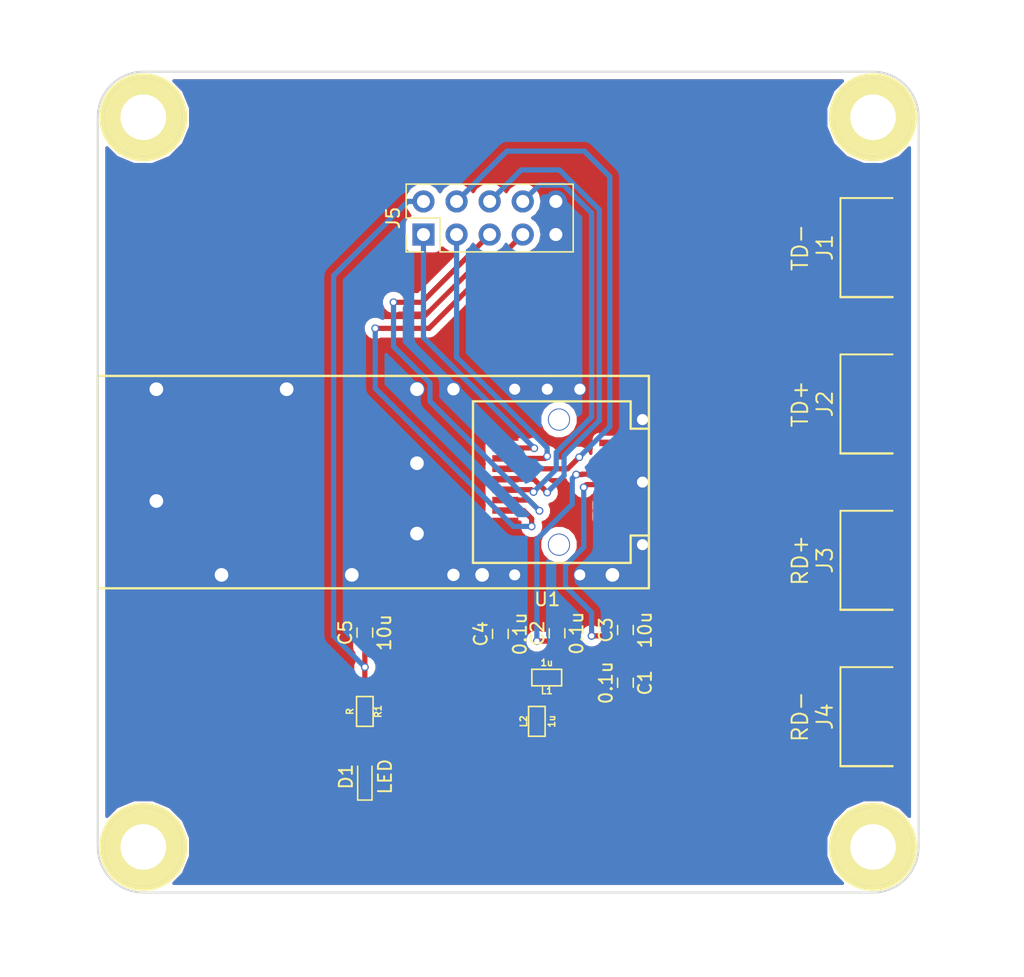
<source format=kicad_pcb>
(kicad_pcb (version 4) (host pcbnew 4.0.7)

  (general
    (links 72)
    (no_connects 7)
    (area 57.424999 40.424999 120.575001 103.575001)
    (thickness 1.6)
    (drawings 8)
    (tracks 136)
    (zones 0)
    (modules 19)
    (nets 17)
  )

  (page A4)
  (layers
    (0 F.Cu signal)
    (31 B.Cu signal)
    (32 B.Adhes user)
    (33 F.Adhes user)
    (34 B.Paste user)
    (35 F.Paste user)
    (36 B.SilkS user)
    (37 F.SilkS user)
    (38 B.Mask user)
    (39 F.Mask user)
    (40 Dwgs.User user)
    (41 Cmts.User user)
    (42 Eco1.User user)
    (43 Eco2.User user)
    (44 Edge.Cuts user)
    (45 Margin user)
    (46 B.CrtYd user)
    (47 F.CrtYd user)
    (48 B.Fab user)
    (49 F.Fab user)
  )

  (setup
    (last_trace_width 0.4)
    (trace_clearance 0.2)
    (zone_clearance 0.508)
    (zone_45_only no)
    (trace_min 0.2)
    (segment_width 0.2)
    (edge_width 0.15)
    (via_size 0.6)
    (via_drill 0.4)
    (via_min_size 0.4)
    (via_min_drill 0.3)
    (uvia_size 0.3)
    (uvia_drill 0.1)
    (uvias_allowed no)
    (uvia_min_size 0.2)
    (uvia_min_drill 0.1)
    (pcb_text_width 0.3)
    (pcb_text_size 1.5 1.5)
    (mod_edge_width 0.15)
    (mod_text_size 1 1)
    (mod_text_width 0.15)
    (pad_size 1.2 1.2)
    (pad_drill 1.05)
    (pad_to_mask_clearance 0.2)
    (aux_axis_origin 0 0)
    (visible_elements 7FFFFFFF)
    (pcbplotparams
      (layerselection 0x00030_80000001)
      (usegerberextensions false)
      (excludeedgelayer true)
      (linewidth 0.100000)
      (plotframeref false)
      (viasonmask false)
      (mode 1)
      (useauxorigin false)
      (hpglpennumber 1)
      (hpglpenspeed 20)
      (hpglpendiameter 15)
      (hpglpenoverlay 2)
      (psnegative false)
      (psa4output false)
      (plotreference true)
      (plotvalue true)
      (plotinvisibletext false)
      (padsonsilk false)
      (subtractmaskfromsilk false)
      (outputformat 1)
      (mirror false)
      (drillshape 1)
      (scaleselection 1)
      (outputdirectory ""))
  )

  (net 0 "")
  (net 1 GND)
  (net 2 "Net-(C1-Pad1)")
  (net 3 "Net-(C2-Pad1)")
  (net 4 +3V3)
  (net 5 TD-)
  (net 6 TD+)
  (net 7 RD+)
  (net 8 RD-)
  (net 9 "Net-(D1-Pad2)")
  (net 10 TxFault)
  (net 11 TxDisable)
  (net 12 Def-2)
  (net 13 Def-1)
  (net 14 Def-0)
  (net 15 Rate-Sel)
  (net 16 LOS)

  (net_class Default "This is the default net class."
    (clearance 0.2)
    (trace_width 0.4)
    (via_dia 0.6)
    (via_drill 0.4)
    (uvia_dia 0.3)
    (uvia_drill 0.1)
    (add_net +3V3)
    (add_net Def-0)
    (add_net Def-1)
    (add_net Def-2)
    (add_net GND)
    (add_net LOS)
    (add_net "Net-(C1-Pad1)")
    (add_net "Net-(C2-Pad1)")
    (add_net "Net-(D1-Pad2)")
    (add_net RD+)
    (add_net RD-)
    (add_net Rate-Sel)
    (add_net TD+)
    (add_net TD-)
    (add_net TxDisable)
    (add_net TxFault)
  )

  (module Capacitors_SMD:C_0603 (layer F.Cu) (tedit 5A47D771) (tstamp 5A1458AA)
    (at 98 87.4 270)
    (descr "Capacitor SMD 0603, reflow soldering, AVX (see smccp.pdf)")
    (tags "capacitor 0603")
    (path /5A1451E0)
    (attr smd)
    (fp_text reference C1 (at 0 -1.5 270) (layer F.SilkS)
      (effects (font (size 1 1) (thickness 0.15)))
    )
    (fp_text value 0.1u (at 0 1.5 270) (layer F.SilkS)
      (effects (font (size 1 1) (thickness 0.15)))
    )
    (fp_line (start 1.4 0.65) (end -1.4 0.65) (layer F.CrtYd) (width 0.05))
    (fp_line (start 1.4 0.65) (end 1.4 -0.65) (layer F.CrtYd) (width 0.05))
    (fp_line (start -1.4 -0.65) (end -1.4 0.65) (layer F.CrtYd) (width 0.05))
    (fp_line (start -1.4 -0.65) (end 1.4 -0.65) (layer F.CrtYd) (width 0.05))
    (fp_line (start 0.35 0.6) (end -0.35 0.6) (layer F.SilkS) (width 0.12))
    (fp_line (start -0.35 -0.6) (end 0.35 -0.6) (layer F.SilkS) (width 0.12))
    (fp_line (start -0.8 -0.4) (end 0.8 -0.4) (layer F.Fab) (width 0.1))
    (fp_line (start 0.8 -0.4) (end 0.8 0.4) (layer F.Fab) (width 0.1))
    (fp_line (start 0.8 0.4) (end -0.8 0.4) (layer F.Fab) (width 0.1))
    (fp_line (start -0.8 0.4) (end -0.8 -0.4) (layer F.Fab) (width 0.1))
    (fp_text user %R (at 0 0 270) (layer F.Fab)
      (effects (font (size 0.3 0.3) (thickness 0.075)))
    )
    (pad 2 smd rect (at 0.75 0 270) (size 0.8 0.75) (layers F.Cu F.Paste F.Mask)
      (net 1 GND))
    (pad 1 smd rect (at -0.75 0 270) (size 0.8 0.75) (layers F.Cu F.Paste F.Mask)
      (net 2 "Net-(C1-Pad1)"))
    (model Capacitors_SMD.3dshapes/C_0603.wrl
      (at (xyz 0 0 0))
      (scale (xyz 1 1 1))
      (rotate (xyz 0 0 0))
    )
  )

  (module Capacitors_SMD:C_0603 (layer F.Cu) (tedit 5A47D768) (tstamp 5A1458B0)
    (at 92.75 83.6 90)
    (descr "Capacitor SMD 0603, reflow soldering, AVX (see smccp.pdf)")
    (tags "capacitor 0603")
    (path /5A1450E2)
    (attr smd)
    (fp_text reference C2 (at 0 -1.5 90) (layer F.SilkS)
      (effects (font (size 1 1) (thickness 0.15)))
    )
    (fp_text value 0.1u (at 0 1.5 90) (layer F.SilkS)
      (effects (font (size 1 1) (thickness 0.15)))
    )
    (fp_line (start 1.4 0.65) (end -1.4 0.65) (layer F.CrtYd) (width 0.05))
    (fp_line (start 1.4 0.65) (end 1.4 -0.65) (layer F.CrtYd) (width 0.05))
    (fp_line (start -1.4 -0.65) (end -1.4 0.65) (layer F.CrtYd) (width 0.05))
    (fp_line (start -1.4 -0.65) (end 1.4 -0.65) (layer F.CrtYd) (width 0.05))
    (fp_line (start 0.35 0.6) (end -0.35 0.6) (layer F.SilkS) (width 0.12))
    (fp_line (start -0.35 -0.6) (end 0.35 -0.6) (layer F.SilkS) (width 0.12))
    (fp_line (start -0.8 -0.4) (end 0.8 -0.4) (layer F.Fab) (width 0.1))
    (fp_line (start 0.8 -0.4) (end 0.8 0.4) (layer F.Fab) (width 0.1))
    (fp_line (start 0.8 0.4) (end -0.8 0.4) (layer F.Fab) (width 0.1))
    (fp_line (start -0.8 0.4) (end -0.8 -0.4) (layer F.Fab) (width 0.1))
    (fp_text user %R (at 0 0 90) (layer F.Fab)
      (effects (font (size 0.3 0.3) (thickness 0.075)))
    )
    (pad 2 smd rect (at 0.75 0 90) (size 0.8 0.75) (layers F.Cu F.Paste F.Mask)
      (net 1 GND))
    (pad 1 smd rect (at -0.75 0 90) (size 0.8 0.75) (layers F.Cu F.Paste F.Mask)
      (net 3 "Net-(C2-Pad1)"))
    (model Capacitors_SMD.3dshapes/C_0603.wrl
      (at (xyz 0 0 0))
      (scale (xyz 1 1 1))
      (rotate (xyz 0 0 0))
    )
  )

  (module Capacitors_SMD:C_0603 (layer F.Cu) (tedit 5A47D76C) (tstamp 5A1458B6)
    (at 98 83.35 90)
    (descr "Capacitor SMD 0603, reflow soldering, AVX (see smccp.pdf)")
    (tags "capacitor 0603")
    (path /5A145214)
    (attr smd)
    (fp_text reference C3 (at 0 -1.5 90) (layer F.SilkS)
      (effects (font (size 1 1) (thickness 0.15)))
    )
    (fp_text value 10u (at 0 1.5 90) (layer F.SilkS)
      (effects (font (size 1 1) (thickness 0.15)))
    )
    (fp_line (start 1.4 0.65) (end -1.4 0.65) (layer F.CrtYd) (width 0.05))
    (fp_line (start 1.4 0.65) (end 1.4 -0.65) (layer F.CrtYd) (width 0.05))
    (fp_line (start -1.4 -0.65) (end -1.4 0.65) (layer F.CrtYd) (width 0.05))
    (fp_line (start -1.4 -0.65) (end 1.4 -0.65) (layer F.CrtYd) (width 0.05))
    (fp_line (start 0.35 0.6) (end -0.35 0.6) (layer F.SilkS) (width 0.12))
    (fp_line (start -0.35 -0.6) (end 0.35 -0.6) (layer F.SilkS) (width 0.12))
    (fp_line (start -0.8 -0.4) (end 0.8 -0.4) (layer F.Fab) (width 0.1))
    (fp_line (start 0.8 -0.4) (end 0.8 0.4) (layer F.Fab) (width 0.1))
    (fp_line (start 0.8 0.4) (end -0.8 0.4) (layer F.Fab) (width 0.1))
    (fp_line (start -0.8 0.4) (end -0.8 -0.4) (layer F.Fab) (width 0.1))
    (fp_text user %R (at 0 0 180) (layer F.Fab)
      (effects (font (size 0.3 0.3) (thickness 0.075)))
    )
    (pad 2 smd rect (at 0.75 0 90) (size 0.8 0.75) (layers F.Cu F.Paste F.Mask)
      (net 1 GND))
    (pad 1 smd rect (at -0.75 0 90) (size 0.8 0.75) (layers F.Cu F.Paste F.Mask)
      (net 2 "Net-(C1-Pad1)"))
    (model Capacitors_SMD.3dshapes/C_0603.wrl
      (at (xyz 0 0 0))
      (scale (xyz 1 1 1))
      (rotate (xyz 0 0 0))
    )
  )

  (module Capacitors_SMD:C_0603 (layer F.Cu) (tedit 5A47D763) (tstamp 5A1458BC)
    (at 88.4 83.65 90)
    (descr "Capacitor SMD 0603, reflow soldering, AVX (see smccp.pdf)")
    (tags "capacitor 0603")
    (path /5A145370)
    (attr smd)
    (fp_text reference C4 (at 0 -1.5 90) (layer F.SilkS)
      (effects (font (size 1 1) (thickness 0.15)))
    )
    (fp_text value 0.1u (at 0 1.5 90) (layer F.SilkS)
      (effects (font (size 1 1) (thickness 0.15)))
    )
    (fp_line (start 1.4 0.65) (end -1.4 0.65) (layer F.CrtYd) (width 0.05))
    (fp_line (start 1.4 0.65) (end 1.4 -0.65) (layer F.CrtYd) (width 0.05))
    (fp_line (start -1.4 -0.65) (end -1.4 0.65) (layer F.CrtYd) (width 0.05))
    (fp_line (start -1.4 -0.65) (end 1.4 -0.65) (layer F.CrtYd) (width 0.05))
    (fp_line (start 0.35 0.6) (end -0.35 0.6) (layer F.SilkS) (width 0.12))
    (fp_line (start -0.35 -0.6) (end 0.35 -0.6) (layer F.SilkS) (width 0.12))
    (fp_line (start -0.8 -0.4) (end 0.8 -0.4) (layer F.Fab) (width 0.1))
    (fp_line (start 0.8 -0.4) (end 0.8 0.4) (layer F.Fab) (width 0.1))
    (fp_line (start 0.8 0.4) (end -0.8 0.4) (layer F.Fab) (width 0.1))
    (fp_line (start -0.8 0.4) (end -0.8 -0.4) (layer F.Fab) (width 0.1))
    (fp_text user %R (at 0 0 90) (layer F.Fab)
      (effects (font (size 0.3 0.3) (thickness 0.075)))
    )
    (pad 2 smd rect (at 0.75 0 90) (size 0.8 0.75) (layers F.Cu F.Paste F.Mask)
      (net 1 GND))
    (pad 1 smd rect (at -0.75 0 90) (size 0.8 0.75) (layers F.Cu F.Paste F.Mask)
      (net 4 +3V3))
    (model Capacitors_SMD.3dshapes/C_0603.wrl
      (at (xyz 0 0 0))
      (scale (xyz 1 1 1))
      (rotate (xyz 0 0 0))
    )
  )

  (module Capacitors_SMD:C_0603 (layer F.Cu) (tedit 5A47D757) (tstamp 5A1458C2)
    (at 78 83.55 90)
    (descr "Capacitor SMD 0603, reflow soldering, AVX (see smccp.pdf)")
    (tags "capacitor 0603")
    (path /5A1453AF)
    (attr smd)
    (fp_text reference C5 (at 0 -1.5 90) (layer F.SilkS)
      (effects (font (size 1 1) (thickness 0.15)))
    )
    (fp_text value 10u (at 0 1.5 90) (layer F.SilkS)
      (effects (font (size 1 1) (thickness 0.15)))
    )
    (fp_line (start 1.4 0.65) (end -1.4 0.65) (layer F.CrtYd) (width 0.05))
    (fp_line (start 1.4 0.65) (end 1.4 -0.65) (layer F.CrtYd) (width 0.05))
    (fp_line (start -1.4 -0.65) (end -1.4 0.65) (layer F.CrtYd) (width 0.05))
    (fp_line (start -1.4 -0.65) (end 1.4 -0.65) (layer F.CrtYd) (width 0.05))
    (fp_line (start 0.35 0.6) (end -0.35 0.6) (layer F.SilkS) (width 0.12))
    (fp_line (start -0.35 -0.6) (end 0.35 -0.6) (layer F.SilkS) (width 0.12))
    (fp_line (start -0.8 -0.4) (end 0.8 -0.4) (layer F.Fab) (width 0.1))
    (fp_line (start 0.8 -0.4) (end 0.8 0.4) (layer F.Fab) (width 0.1))
    (fp_line (start 0.8 0.4) (end -0.8 0.4) (layer F.Fab) (width 0.1))
    (fp_line (start -0.8 0.4) (end -0.8 -0.4) (layer F.Fab) (width 0.1))
    (fp_text user %R (at 0 0 90) (layer F.Fab)
      (effects (font (size 0.3 0.3) (thickness 0.075)))
    )
    (pad 2 smd rect (at 0.75 0 90) (size 0.8 0.75) (layers F.Cu F.Paste F.Mask)
      (net 1 GND))
    (pad 1 smd rect (at -0.75 0 90) (size 0.8 0.75) (layers F.Cu F.Paste F.Mask)
      (net 4 +3V3))
    (model Capacitors_SMD.3dshapes/C_0603.wrl
      (at (xyz 0 0 0))
      (scale (xyz 1 1 1))
      (rotate (xyz 0 0 0))
    )
  )

  (module visgence_parts:SM0603_VIS (layer F.Cu) (tedit 52A161E2) (tstamp 5A145904)
    (at 91.962 87 180)
    (path /5A14512D)
    (attr smd)
    (fp_text reference L1 (at 0 -1.016 180) (layer F.SilkS)
      (effects (font (size 0.508 0.508) (thickness 0.1143)))
    )
    (fp_text value 1u (at 0 1.143 180) (layer F.SilkS)
      (effects (font (size 0.508 0.508) (thickness 0.1143)))
    )
    (fp_line (start -1.143 -0.635) (end 1.143 -0.635) (layer F.SilkS) (width 0.127))
    (fp_line (start 1.143 -0.635) (end 1.143 0.635) (layer F.SilkS) (width 0.127))
    (fp_line (start 1.143 0.635) (end -1.143 0.635) (layer F.SilkS) (width 0.127))
    (fp_line (start -1.143 0.635) (end -1.143 -0.635) (layer F.SilkS) (width 0.127))
    (pad 1 smd rect (at -0.762 0 180) (size 0.635 1.143) (layers F.Cu F.Paste F.Mask)
      (net 3 "Net-(C2-Pad1)"))
    (pad 2 smd rect (at 0.762 0 180) (size 0.635 1.143) (layers F.Cu F.Paste F.Mask)
      (net 4 +3V3))
    (model smd\resistors\R0603.wrl
      (at (xyz 0 0 0.001))
      (scale (xyz 0.5 0.5 0.5))
      (rotate (xyz 0 0 0))
    )
  )

  (module visgence_parts:SM0603_VIS (layer F.Cu) (tedit 52A161E2) (tstamp 5A14590A)
    (at 91.2 90.362 90)
    (path /5A14529D)
    (attr smd)
    (fp_text reference L2 (at 0 -1.016 90) (layer F.SilkS)
      (effects (font (size 0.508 0.508) (thickness 0.1143)))
    )
    (fp_text value 1u (at 0 1.143 90) (layer F.SilkS)
      (effects (font (size 0.508 0.508) (thickness 0.1143)))
    )
    (fp_line (start -1.143 -0.635) (end 1.143 -0.635) (layer F.SilkS) (width 0.127))
    (fp_line (start 1.143 -0.635) (end 1.143 0.635) (layer F.SilkS) (width 0.127))
    (fp_line (start 1.143 0.635) (end -1.143 0.635) (layer F.SilkS) (width 0.127))
    (fp_line (start -1.143 0.635) (end -1.143 -0.635) (layer F.SilkS) (width 0.127))
    (pad 1 smd rect (at -0.762 0 90) (size 0.635 1.143) (layers F.Cu F.Paste F.Mask)
      (net 2 "Net-(C1-Pad1)"))
    (pad 2 smd rect (at 0.762 0 90) (size 0.635 1.143) (layers F.Cu F.Paste F.Mask)
      (net 4 +3V3))
    (model smd\resistors\R0603.wrl
      (at (xyz 0 0 0.001))
      (scale (xyz 0.5 0.5 0.5))
      (rotate (xyz 0 0 0))
    )
  )

  (module visgence_parts:UE75-A20 (layer F.Cu) (tedit 5A47D846) (tstamp 5A145938)
    (at 92 72)
    (path /5A14503B)
    (fp_text reference U1 (at 0 9) (layer F.SilkS)
      (effects (font (size 1 1) (thickness 0.15)))
    )
    (fp_text value SFP (at 0 -9) (layer F.Fab)
      (effects (font (size 1 1) (thickness 0.15)))
    )
    (fp_line (start -5.7 6.2) (end 6.4 6.2) (layer F.SilkS) (width 0.18))
    (fp_line (start 6.4 6.2) (end 6.4 4.2) (layer F.SilkS) (width 0.18))
    (fp_line (start 6.4 4.2) (end 6.4 4.1) (layer F.SilkS) (width 0.18))
    (fp_line (start 6.4 4.1) (end 7.8 4.1) (layer F.SilkS) (width 0.18))
    (fp_line (start -5.7 6.2) (end -5.7 -6.2) (layer F.SilkS) (width 0.18))
    (fp_line (start -5.7 -6.2) (end 6.4 -6.2) (layer F.SilkS) (width 0.18))
    (fp_line (start 6.4 -6.2) (end 6.4 -4.1) (layer F.SilkS) (width 0.18))
    (fp_line (start 6.4 -4.1) (end 7.8 -4.1) (layer F.SilkS) (width 0.18))
    (fp_line (start 0 8.15) (end 7.8 8.15) (layer F.SilkS) (width 0.18))
    (fp_line (start 7.8 8.15) (end 7.8 -8.15) (layer F.SilkS) (width 0.18))
    (fp_line (start 7.8 -8.15) (end 0 -8.15) (layer F.SilkS) (width 0.18))
    (fp_line (start -34.5 8.15) (end 0 8.15) (layer F.SilkS) (width 0.18))
    (fp_line (start -34.5 -8.15) (end -34.5 8.15) (layer F.SilkS) (width 0.18))
    (fp_line (start 0 -8.15) (end -34.5 -8.15) (layer F.SilkS) (width 0.18))
    (pad "" thru_hole circle (at -2.5 7.12) (size 1 1) (drill 0.85) (layers *.Cu *.Mask)
      (net 1 GND))
    (pad "" thru_hole circle (at 2.5 7.12) (size 1 1) (drill 0.85) (layers *.Cu *.Mask)
      (net 1 GND))
    (pad "" thru_hole circle (at -2.5 -7.13) (size 1 1) (drill 0.85) (layers *.Cu *.Mask)
      (net 1 GND))
    (pad "" thru_hole circle (at 2.5 -7.13) (size 1 1) (drill 0.85) (layers *.Cu *.Mask)
      (net 1 GND))
    (pad "" thru_hole circle (at 7.31 -4.8) (size 1 1) (drill 0.85) (layers *.Cu *.Mask)
      (net 1 GND))
    (pad "" thru_hole circle (at 7.31 4.8) (size 1 1) (drill 0.85) (layers *.Cu *.Mask)
      (net 1 GND))
    (pad "" thru_hole circle (at 7.31 0) (size 1 1) (drill 0.85) (layers *.Cu *.Mask)
      (net 1 GND))
    (pad 11 smd rect (at 4.99 3.39) (size 2 0.5) (layers F.Cu F.Paste F.Mask)
      (net 1 GND))
    (pad "" thru_hole circle (at 0.9 4.8) (size 1.7 1.7) (drill 1.55) (layers *.Cu *.Mask))
    (pad 1 smd rect (at -3.22 -3.42) (size 2 0.5) (layers F.Cu F.Paste F.Mask)
      (net 1 GND))
    (pad 2 smd rect (at -3.22 -2.62) (size 2 0.5) (layers F.Cu F.Paste F.Mask)
      (net 10 TxFault))
    (pad 3 smd rect (at -3.22 -1.82) (size 2 0.5) (layers F.Cu F.Paste F.Mask)
      (net 11 TxDisable))
    (pad 4 smd rect (at -3.22 -1.02) (size 2 0.5) (layers F.Cu F.Paste F.Mask)
      (net 12 Def-2))
    (pad 5 smd rect (at -3.22 -0.22) (size 2 0.5) (layers F.Cu F.Paste F.Mask)
      (net 13 Def-1))
    (pad 6 smd rect (at -3.22 0.58) (size 2 0.5) (layers F.Cu F.Paste F.Mask)
      (net 14 Def-0))
    (pad 7 smd rect (at -3.22 1.38) (size 2 0.5) (layers F.Cu F.Paste F.Mask)
      (net 15 Rate-Sel))
    (pad 8 smd rect (at -3.22 2.18) (size 2 0.5) (layers F.Cu F.Paste F.Mask)
      (net 16 LOS))
    (pad 9 smd rect (at -3.22 2.98) (size 2 0.5) (layers F.Cu F.Paste F.Mask)
      (net 1 GND))
    (pad 10 smd rect (at -3.22 3.78) (size 2 0.5) (layers F.Cu F.Paste F.Mask)
      (net 1 GND))
    (pad "" thru_hole circle (at 0 -7.13) (size 1 1) (drill 0.85) (layers *.Cu *.Mask)
      (net 1 GND))
    (pad "" thru_hole circle (at 0.9 -4.8) (size 1.7 1.7) (drill 1.55) (layers *.Cu *.Mask))
    (pad 12 smd rect (at 4.99 2.59) (size 2 0.5) (layers F.Cu F.Paste F.Mask)
      (net 8 RD-))
    (pad 13 smd rect (at 4.99 1.79) (size 2 0.5) (layers F.Cu F.Paste F.Mask)
      (net 7 RD+))
    (pad 14 smd rect (at 4.99 0.99) (size 2 0.5) (layers F.Cu F.Paste F.Mask)
      (net 1 GND))
    (pad 15 smd rect (at 4.99 0.19) (size 2 0.5) (layers F.Cu F.Paste F.Mask)
      (net 2 "Net-(C1-Pad1)"))
    (pad 16 smd rect (at 4.99 -0.61) (size 2 0.5) (layers F.Cu F.Paste F.Mask)
      (net 3 "Net-(C2-Pad1)"))
    (pad 17 smd rect (at 4.99 -1.41) (size 2 0.5) (layers F.Cu F.Paste F.Mask)
      (net 1 GND))
    (pad 18 smd rect (at 4.99 -2.21) (size 2 0.5) (layers F.Cu F.Paste F.Mask)
      (net 6 TD+))
    (pad 19 smd rect (at 4.99 -3.01) (size 2 0.5) (layers F.Cu F.Paste F.Mask)
      (net 5 TD-))
    (pad 20 smd rect (at 4.99 -3.81) (size 2 0.5) (layers F.Cu F.Paste F.Mask)
      (net 1 GND))
    (pad "" thru_hole circle (at -7.2 -7.13) (size 1.2 1.2) (drill 0.95) (layers *.Cu *.Mask)
      (net 1 GND))
    (pad "" thru_hole circle (at -10 -7.13) (size 1.2 1.2) (drill 1.05) (layers *.Cu *.Mask)
      (net 1 GND))
    (pad "" thru_hole circle (at -20 -7.13) (size 1.2 1.2) (drill 1.05) (layers *.Cu *.Mask)
      (net 1 GND))
    (pad "" thru_hole circle (at -30 -7.13) (size 1.2 1.2) (drill 1.05) (layers *.Cu *.Mask)
      (net 1 GND))
    (pad "" thru_hole circle (at 5 7.12) (size 1.2 1.2) (drill 1.05) (layers *.Cu *.Mask)
      (net 1 GND))
    (pad "" thru_hole circle (at -5 7.12) (size 1.2 1.2) (drill 1.05) (layers *.Cu *.Mask)
      (net 1 GND))
    (pad "" thru_hole circle (at -15 7.12) (size 1.2 1.2) (drill 1.05) (layers *.Cu *.Mask)
      (net 1 GND))
    (pad " " thru_hole circle (at -25 7.12) (size 1.2 1.2) (drill 1.05) (layers *.Cu *.Mask)
      (net 1 GND))
    (pad "" thru_hole circle (at -30 1.45) (size 1.2 1.2) (drill 1.05) (layers *.Cu *.Mask)
      (net 1 GND))
    (pad "" thru_hole circle (at -10 -1.45) (size 1.2 1.2) (drill 1.05) (layers *.Cu *.Mask)
      (net 1 GND))
    (pad "" thru_hole circle (at -10 3.95) (size 1.2 1.2) (drill 1.05) (layers *.Cu *.Mask)
      (net 1 GND))
    (pad "" thru_hole circle (at -7.2 7.12) (size 1.2 1.2) (drill 0.95) (layers *.Cu *.Mask)
      (net 1 GND))
  )

  (module visgence_parts:1pin_C (layer F.Cu) (tedit 531FE69D) (tstamp 5A145C65)
    (at 117 44)
    (descr "module 1 pin (ou trou mecanique de percage)")
    (tags DEV)
    (fp_text reference h? (at 0 -3.048) (layer F.SilkS) hide
      (effects (font (size 1.016 1.016) (thickness 0.254)))
    )
    (fp_text value pin (at 0 2.794) (layer F.SilkS) hide
      (effects (font (size 1.016 1.016) (thickness 0.254)))
    )
    (fp_circle (center 0 0) (end 3.175 0.2286) (layer F.SilkS) (width 0.381))
    (pad 1 thru_hole circle (at 0 0) (size 6 6) (drill 3.5) (layers *.Cu *.Mask F.SilkS))
  )

  (module visgence_parts:1pin_C (layer F.Cu) (tedit 531FE69D) (tstamp 5A145CBE)
    (at 117 100)
    (descr "module 1 pin (ou trou mecanique de percage)")
    (tags DEV)
    (fp_text reference h? (at 0 -3.048) (layer F.SilkS) hide
      (effects (font (size 1.016 1.016) (thickness 0.254)))
    )
    (fp_text value pin (at 0 2.794) (layer F.SilkS) hide
      (effects (font (size 1.016 1.016) (thickness 0.254)))
    )
    (fp_circle (center 0 0) (end 3.175 0.2286) (layer F.SilkS) (width 0.381))
    (pad 1 thru_hole circle (at 0 0) (size 6 6) (drill 3.5) (layers *.Cu *.Mask F.SilkS))
  )

  (module visgence_parts:CON-SMA-EDGE (layer F.Cu) (tedit 5A47D73B) (tstamp 5A1F8C30)
    (at 117 54 270)
    (path /5A145ECA)
    (fp_text reference J1 (at 0 3.7 270) (layer F.SilkS)
      (effects (font (size 1.2 1.2) (thickness 0.15)))
    )
    (fp_text value TD- (at 0 5.6 270) (layer F.SilkS)
      (effects (font (size 1.2 1.2) (thickness 0.15)))
    )
    (fp_line (start 3.2 -3.7) (end -3.2 -3.7) (layer F.Fab) (width 0.18))
    (fp_line (start 3.2 -2) (end 3.2 -11.5) (layer F.Fab) (width 0.18))
    (fp_line (start 3.2 -11.5) (end -3.2 -11.5) (layer F.Fab) (width 0.18))
    (fp_line (start -3.2 -11.5) (end -3.2 -2) (layer F.Fab) (width 0.18))
    (fp_line (start 3.8 2.5) (end 3.8 -1.5) (layer F.SilkS) (width 0.18))
    (fp_line (start -3.8 -1.5) (end -3.8 2.5) (layer F.SilkS) (width 0.15))
    (fp_line (start -3.8 2.5) (end 3.8 2.5) (layer F.SilkS) (width 0.15))
    (pad 2 smd rect (at -2.7 0 270) (size 1.2 4) (layers F.Cu F.Mask)
      (net 1 GND))
    (pad 2 smd rect (at 2.7 0 270) (size 1.2 4) (layers F.Cu F.Mask)
      (net 1 GND))
    (pad 2 smd rect (at -2.7 0 270) (size 1.2 4) (layers B.Cu B.Mask)
      (net 1 GND))
    (pad 1 smd rect (at 0 0 270) (size 1.4 4) (layers F.Cu F.Mask)
      (net 5 TD-))
    (pad 2 smd rect (at 2.7 0 270) (size 1.2 4) (layers B.Cu B.Mask)
      (net 1 GND))
  )

  (module visgence_parts:CON-SMA-EDGE (layer F.Cu) (tedit 5A47D741) (tstamp 5A1F8C3F)
    (at 117 66 270)
    (path /5A1460BD)
    (fp_text reference J2 (at 0 3.7 270) (layer F.SilkS)
      (effects (font (size 1.2 1.2) (thickness 0.15)))
    )
    (fp_text value TD+ (at 0 5.6 270) (layer F.SilkS)
      (effects (font (size 1.2 1.2) (thickness 0.15)))
    )
    (fp_line (start 3.2 -3.7) (end -3.2 -3.7) (layer F.Fab) (width 0.18))
    (fp_line (start 3.2 -2) (end 3.2 -11.5) (layer F.Fab) (width 0.18))
    (fp_line (start 3.2 -11.5) (end -3.2 -11.5) (layer F.Fab) (width 0.18))
    (fp_line (start -3.2 -11.5) (end -3.2 -2) (layer F.Fab) (width 0.18))
    (fp_line (start 3.8 2.5) (end 3.8 -1.5) (layer F.SilkS) (width 0.18))
    (fp_line (start -3.8 -1.5) (end -3.8 2.5) (layer F.SilkS) (width 0.15))
    (fp_line (start -3.8 2.5) (end 3.8 2.5) (layer F.SilkS) (width 0.15))
    (pad 2 smd rect (at -2.7 0 270) (size 1.2 4) (layers F.Cu F.Mask)
      (net 1 GND))
    (pad 2 smd rect (at 2.7 0 270) (size 1.2 4) (layers F.Cu F.Mask)
      (net 1 GND))
    (pad 2 smd rect (at -2.7 0 270) (size 1.2 4) (layers B.Cu B.Mask)
      (net 1 GND))
    (pad 1 smd rect (at 0 0 270) (size 1.4 4) (layers F.Cu F.Mask)
      (net 6 TD+))
    (pad 2 smd rect (at 2.7 0 270) (size 1.2 4) (layers B.Cu B.Mask)
      (net 1 GND))
  )

  (module visgence_parts:CON-SMA-EDGE (layer F.Cu) (tedit 5A47D745) (tstamp 5A1F8C4E)
    (at 117 78 270)
    (path /5A14613D)
    (fp_text reference J3 (at 0 3.7 270) (layer F.SilkS)
      (effects (font (size 1.2 1.2) (thickness 0.15)))
    )
    (fp_text value RD+ (at 0 5.6 270) (layer F.SilkS)
      (effects (font (size 1.2 1.2) (thickness 0.15)))
    )
    (fp_line (start 3.2 -3.7) (end -3.2 -3.7) (layer F.Fab) (width 0.18))
    (fp_line (start 3.2 -2) (end 3.2 -11.5) (layer F.Fab) (width 0.18))
    (fp_line (start 3.2 -11.5) (end -3.2 -11.5) (layer F.Fab) (width 0.18))
    (fp_line (start -3.2 -11.5) (end -3.2 -2) (layer F.Fab) (width 0.18))
    (fp_line (start 3.8 2.5) (end 3.8 -1.5) (layer F.SilkS) (width 0.18))
    (fp_line (start -3.8 -1.5) (end -3.8 2.5) (layer F.SilkS) (width 0.15))
    (fp_line (start -3.8 2.5) (end 3.8 2.5) (layer F.SilkS) (width 0.15))
    (pad 2 smd rect (at -2.7 0 270) (size 1.2 4) (layers F.Cu F.Mask)
      (net 1 GND))
    (pad 2 smd rect (at 2.7 0 270) (size 1.2 4) (layers F.Cu F.Mask)
      (net 1 GND))
    (pad 2 smd rect (at -2.7 0 270) (size 1.2 4) (layers B.Cu B.Mask)
      (net 1 GND))
    (pad 1 smd rect (at 0 0 270) (size 1.4 4) (layers F.Cu F.Mask)
      (net 7 RD+))
    (pad 2 smd rect (at 2.7 0 270) (size 1.2 4) (layers B.Cu B.Mask)
      (net 1 GND))
  )

  (module visgence_parts:CON-SMA-EDGE (layer F.Cu) (tedit 5A47D74B) (tstamp 5A1F8C5D)
    (at 117 90 270)
    (path /5A1461B6)
    (fp_text reference J4 (at 0 3.7 270) (layer F.SilkS)
      (effects (font (size 1.2 1.2) (thickness 0.15)))
    )
    (fp_text value RD- (at 0 5.6 270) (layer F.SilkS)
      (effects (font (size 1.2 1.2) (thickness 0.15)))
    )
    (fp_line (start 3.2 -3.7) (end -3.2 -3.7) (layer F.Fab) (width 0.18))
    (fp_line (start 3.2 -2) (end 3.2 -11.5) (layer F.Fab) (width 0.18))
    (fp_line (start 3.2 -11.5) (end -3.2 -11.5) (layer F.Fab) (width 0.18))
    (fp_line (start -3.2 -11.5) (end -3.2 -2) (layer F.Fab) (width 0.18))
    (fp_line (start 3.8 2.5) (end 3.8 -1.5) (layer F.SilkS) (width 0.18))
    (fp_line (start -3.8 -1.5) (end -3.8 2.5) (layer F.SilkS) (width 0.15))
    (fp_line (start -3.8 2.5) (end 3.8 2.5) (layer F.SilkS) (width 0.15))
    (pad 2 smd rect (at -2.7 0 270) (size 1.2 4) (layers F.Cu F.Mask)
      (net 1 GND))
    (pad 2 smd rect (at 2.7 0 270) (size 1.2 4) (layers F.Cu F.Mask)
      (net 1 GND))
    (pad 2 smd rect (at -2.7 0 270) (size 1.2 4) (layers B.Cu B.Mask)
      (net 1 GND))
    (pad 1 smd rect (at 0 0 270) (size 1.4 4) (layers F.Cu F.Mask)
      (net 8 RD-))
    (pad 2 smd rect (at 2.7 0 270) (size 1.2 4) (layers B.Cu B.Mask)
      (net 1 GND))
  )

  (module LEDs:LED_0603_HandSoldering (layer F.Cu) (tedit 5A47D75E) (tstamp 5A347957)
    (at 78 94.6 90)
    (descr "LED SMD 0603, hand soldering")
    (tags "LED 0603")
    (path /5A3491BE)
    (attr smd)
    (fp_text reference D1 (at 0 -1.45 90) (layer F.SilkS)
      (effects (font (size 1 1) (thickness 0.15)))
    )
    (fp_text value LED (at 0 1.55 90) (layer F.SilkS)
      (effects (font (size 1 1) (thickness 0.15)))
    )
    (fp_line (start -1.8 -0.55) (end -1.8 0.55) (layer F.SilkS) (width 0.12))
    (fp_line (start -0.2 -0.2) (end -0.2 0.2) (layer F.Fab) (width 0.1))
    (fp_line (start -0.15 0) (end 0.15 -0.2) (layer F.Fab) (width 0.1))
    (fp_line (start 0.15 0.2) (end -0.15 0) (layer F.Fab) (width 0.1))
    (fp_line (start 0.15 -0.2) (end 0.15 0.2) (layer F.Fab) (width 0.1))
    (fp_line (start 0.8 0.4) (end -0.8 0.4) (layer F.Fab) (width 0.1))
    (fp_line (start 0.8 -0.4) (end 0.8 0.4) (layer F.Fab) (width 0.1))
    (fp_line (start -0.8 -0.4) (end 0.8 -0.4) (layer F.Fab) (width 0.1))
    (fp_line (start -1.8 0.55) (end 0.8 0.55) (layer F.SilkS) (width 0.12))
    (fp_line (start -1.8 -0.55) (end 0.8 -0.55) (layer F.SilkS) (width 0.12))
    (fp_line (start -1.96 -0.7) (end 1.95 -0.7) (layer F.CrtYd) (width 0.05))
    (fp_line (start -1.96 -0.7) (end -1.96 0.7) (layer F.CrtYd) (width 0.05))
    (fp_line (start 1.95 0.7) (end 1.95 -0.7) (layer F.CrtYd) (width 0.05))
    (fp_line (start 1.95 0.7) (end -1.96 0.7) (layer F.CrtYd) (width 0.05))
    (fp_line (start -0.8 -0.4) (end -0.8 0.4) (layer F.Fab) (width 0.1))
    (pad 1 smd rect (at -1.1 0 90) (size 1.2 0.9) (layers F.Cu F.Paste F.Mask)
      (net 1 GND))
    (pad 2 smd rect (at 1.1 0 90) (size 1.2 0.9) (layers F.Cu F.Paste F.Mask)
      (net 9 "Net-(D1-Pad2)"))
    (model ${KISYS3DMOD}/LEDs.3dshapes/LED_0603.wrl
      (at (xyz 0 0 0))
      (scale (xyz 1 1 1))
      (rotate (xyz 0 0 180))
    )
  )

  (module visgence_parts:SM0603_VIS (layer F.Cu) (tedit 52A161E2) (tstamp 5A34795D)
    (at 78 89.6 270)
    (path /5A3492D1)
    (attr smd)
    (fp_text reference R1 (at 0 -1.016 270) (layer F.SilkS)
      (effects (font (size 0.508 0.508) (thickness 0.1143)))
    )
    (fp_text value R (at 0 1.143 270) (layer F.SilkS)
      (effects (font (size 0.508 0.508) (thickness 0.1143)))
    )
    (fp_line (start -1.143 -0.635) (end 1.143 -0.635) (layer F.SilkS) (width 0.127))
    (fp_line (start 1.143 -0.635) (end 1.143 0.635) (layer F.SilkS) (width 0.127))
    (fp_line (start 1.143 0.635) (end -1.143 0.635) (layer F.SilkS) (width 0.127))
    (fp_line (start -1.143 0.635) (end -1.143 -0.635) (layer F.SilkS) (width 0.127))
    (pad 1 smd rect (at -0.762 0 270) (size 0.635 1.143) (layers F.Cu F.Paste F.Mask)
      (net 4 +3V3))
    (pad 2 smd rect (at 0.762 0 270) (size 0.635 1.143) (layers F.Cu F.Paste F.Mask)
      (net 9 "Net-(D1-Pad2)"))
    (model smd\resistors\R0603.wrl
      (at (xyz 0 0 0.001))
      (scale (xyz 0.5 0.5 0.5))
      (rotate (xyz 0 0 0))
    )
  )

  (module Pin_Headers:Pin_Header_Straight_2x05_Pitch2.54mm (layer F.Cu) (tedit 59650532) (tstamp 5A3479EF)
    (at 82.5 53 90)
    (descr "Through hole straight pin header, 2x05, 2.54mm pitch, double rows")
    (tags "Through hole pin header THT 2x05 2.54mm double row")
    (path /5A349A20)
    (fp_text reference J5 (at 1.27 -2.33 90) (layer F.SilkS)
      (effects (font (size 1 1) (thickness 0.15)))
    )
    (fp_text value Conn (at 1.27 12.49 90) (layer F.Fab)
      (effects (font (size 1 1) (thickness 0.15)))
    )
    (fp_line (start 0 -1.27) (end 3.81 -1.27) (layer F.Fab) (width 0.1))
    (fp_line (start 3.81 -1.27) (end 3.81 11.43) (layer F.Fab) (width 0.1))
    (fp_line (start 3.81 11.43) (end -1.27 11.43) (layer F.Fab) (width 0.1))
    (fp_line (start -1.27 11.43) (end -1.27 0) (layer F.Fab) (width 0.1))
    (fp_line (start -1.27 0) (end 0 -1.27) (layer F.Fab) (width 0.1))
    (fp_line (start -1.33 11.49) (end 3.87 11.49) (layer F.SilkS) (width 0.12))
    (fp_line (start -1.33 1.27) (end -1.33 11.49) (layer F.SilkS) (width 0.12))
    (fp_line (start 3.87 -1.33) (end 3.87 11.49) (layer F.SilkS) (width 0.12))
    (fp_line (start -1.33 1.27) (end 1.27 1.27) (layer F.SilkS) (width 0.12))
    (fp_line (start 1.27 1.27) (end 1.27 -1.33) (layer F.SilkS) (width 0.12))
    (fp_line (start 1.27 -1.33) (end 3.87 -1.33) (layer F.SilkS) (width 0.12))
    (fp_line (start -1.33 0) (end -1.33 -1.33) (layer F.SilkS) (width 0.12))
    (fp_line (start -1.33 -1.33) (end 0 -1.33) (layer F.SilkS) (width 0.12))
    (fp_line (start -1.8 -1.8) (end -1.8 11.95) (layer F.CrtYd) (width 0.05))
    (fp_line (start -1.8 11.95) (end 4.35 11.95) (layer F.CrtYd) (width 0.05))
    (fp_line (start 4.35 11.95) (end 4.35 -1.8) (layer F.CrtYd) (width 0.05))
    (fp_line (start 4.35 -1.8) (end -1.8 -1.8) (layer F.CrtYd) (width 0.05))
    (fp_text user %R (at 1.27 5.08 180) (layer F.Fab)
      (effects (font (size 1 1) (thickness 0.15)))
    )
    (pad 1 thru_hole rect (at 0 0 90) (size 1.7 1.7) (drill 1) (layers *.Cu *.Mask)
      (net 10 TxFault))
    (pad 2 thru_hole oval (at 2.54 0 90) (size 1.7 1.7) (drill 1) (layers *.Cu *.Mask)
      (net 4 +3V3))
    (pad 3 thru_hole oval (at 0 2.54 90) (size 1.7 1.7) (drill 1) (layers *.Cu *.Mask)
      (net 11 TxDisable))
    (pad 4 thru_hole oval (at 2.54 2.54 90) (size 1.7 1.7) (drill 1) (layers *.Cu *.Mask)
      (net 12 Def-2))
    (pad 5 thru_hole oval (at 0 5.08 90) (size 1.7 1.7) (drill 1) (layers *.Cu *.Mask)
      (net 15 Rate-Sel))
    (pad 6 thru_hole oval (at 2.54 5.08 90) (size 1.7 1.7) (drill 1) (layers *.Cu *.Mask)
      (net 13 Def-1))
    (pad 7 thru_hole oval (at 0 7.62 90) (size 1.7 1.7) (drill 1) (layers *.Cu *.Mask)
      (net 16 LOS))
    (pad 8 thru_hole oval (at 2.54 7.62 90) (size 1.7 1.7) (drill 1) (layers *.Cu *.Mask)
      (net 14 Def-0))
    (pad 9 thru_hole oval (at 0 10.16 90) (size 1.7 1.7) (drill 1) (layers *.Cu *.Mask)
      (net 1 GND))
    (pad 10 thru_hole oval (at 2.54 10.16 90) (size 1.7 1.7) (drill 1) (layers *.Cu *.Mask)
      (net 1 GND))
    (model ${KISYS3DMOD}/Pin_Headers.3dshapes/Pin_Header_Straight_2x05_Pitch2.54mm.wrl
      (at (xyz 0 0 0))
      (scale (xyz 1 1 1))
      (rotate (xyz 0 0 0))
    )
  )

  (module visgence_parts:1pin_C (layer F.Cu) (tedit 531FE69D) (tstamp 5A347BE6)
    (at 61 100)
    (descr "module 1 pin (ou trou mecanique de percage)")
    (tags DEV)
    (fp_text reference h? (at 0 -3.048) (layer F.SilkS) hide
      (effects (font (size 1.016 1.016) (thickness 0.254)))
    )
    (fp_text value pin (at 0 2.794) (layer F.SilkS) hide
      (effects (font (size 1.016 1.016) (thickness 0.254)))
    )
    (fp_circle (center 0 0) (end 3.175 0.2286) (layer F.SilkS) (width 0.381))
    (pad 1 thru_hole circle (at 0 0) (size 6 6) (drill 3.5) (layers *.Cu *.Mask F.SilkS))
  )

  (module visgence_parts:1pin_C (layer F.Cu) (tedit 531FE69D) (tstamp 5A347BF1)
    (at 61 44)
    (descr "module 1 pin (ou trou mecanique de percage)")
    (tags DEV)
    (fp_text reference h? (at 0 -3.048) (layer F.SilkS) hide
      (effects (font (size 1.016 1.016) (thickness 0.254)))
    )
    (fp_text value pin (at 0 2.794) (layer F.SilkS) hide
      (effects (font (size 1.016 1.016) (thickness 0.254)))
    )
    (fp_circle (center 0 0) (end 3.175 0.2286) (layer F.SilkS) (width 0.381))
    (pad 1 thru_hole circle (at 0 0) (size 6 6) (drill 3.5) (layers *.Cu *.Mask F.SilkS))
  )

  (gr_arc (start 117 100) (end 120.5 100) (angle 90) (layer Edge.Cuts) (width 0.15))
  (gr_line (start 120.5 44) (end 120.5 100) (angle 90) (layer Edge.Cuts) (width 0.15))
  (gr_arc (start 61 44) (end 57.5 44) (angle 90) (layer Edge.Cuts) (width 0.15))
  (gr_arc (start 61 100) (end 61 103.5) (angle 90) (layer Edge.Cuts) (width 0.15))
  (gr_arc (start 117 44) (end 117 40.5) (angle 90) (layer Edge.Cuts) (width 0.15))
  (gr_line (start 57.5 100) (end 57.5 44) (angle 90) (layer Edge.Cuts) (width 0.15))
  (gr_line (start 117 103.5) (end 61 103.5) (angle 90) (layer Edge.Cuts) (width 0.15))
  (gr_line (start 61 40.5) (end 117 40.5) (angle 90) (layer Edge.Cuts) (width 0.15))

  (segment (start 100 84.625) (end 100 86.125) (width 0.4) (layer F.Cu) (net 1))
  (segment (start 100 86.125) (end 98 88.125) (width 0.4) (layer F.Cu) (net 1))
  (segment (start 98 88.125) (end 98 88.15) (width 0.4) (layer F.Cu) (net 1))
  (segment (start 98 82.6) (end 98 82.625) (width 0.4) (layer F.Cu) (net 1))
  (segment (start 98 82.625) (end 100 84.625) (width 0.4) (layer F.Cu) (net 1))
  (segment (start 92.75 82.85) (end 88.45 82.85) (width 0.4) (layer F.Cu) (net 1))
  (segment (start 88.45 82.85) (end 88.4 82.9) (width 0.4) (layer F.Cu) (net 1))
  (segment (start 98 82.6) (end 93 82.6) (width 0.4) (layer F.Cu) (net 1))
  (segment (start 93 82.6) (end 92.75 82.85) (width 0.4) (layer F.Cu) (net 1))
  (segment (start 78 95.7) (end 90.475 95.7) (width 0.4) (layer F.Cu) (net 1))
  (segment (start 98 88.175) (end 98 88.15) (width 0.4) (layer F.Cu) (net 1))
  (segment (start 90.475 95.7) (end 98 88.175) (width 0.4) (layer F.Cu) (net 1))
  (segment (start 91.2 91.124) (end 92.1715 91.124) (width 0.4) (layer F.Cu) (net 2))
  (segment (start 92.1715 91.124) (end 96.6455 86.65) (width 0.4) (layer F.Cu) (net 2))
  (segment (start 96.6455 86.65) (end 98 86.65) (width 0.4) (layer F.Cu) (net 2))
  (segment (start 94.8 72.4) (end 94.8 77) (width 0.4) (layer B.Cu) (net 2))
  (segment (start 95.4 82) (end 95.4 83.8) (width 0.4) (layer B.Cu) (net 2))
  (segment (start 94.8 77) (end 93.399999 78.400001) (width 0.4) (layer B.Cu) (net 2))
  (segment (start 93.399999 78.400001) (end 93.399999 79.999999) (width 0.4) (layer B.Cu) (net 2))
  (segment (start 93.399999 79.999999) (end 95.4 82) (width 0.4) (layer B.Cu) (net 2))
  (segment (start 98 84.1) (end 98 86.65) (width 0.4) (layer F.Cu) (net 2))
  (segment (start 95.4 83.8) (end 97.7 83.8) (width 0.4) (layer F.Cu) (net 2))
  (segment (start 97.7 83.8) (end 98 84.1) (width 0.4) (layer F.Cu) (net 2))
  (via (at 95.4 83.8) (size 0.6) (drill 0.4) (layers F.Cu B.Cu) (net 2))
  (segment (start 96.99 72.19) (end 95.01 72.19) (width 0.4) (layer F.Cu) (net 2))
  (segment (start 95.01 72.19) (end 94.8 72.4) (width 0.4) (layer F.Cu) (net 2))
  (via (at 94.8 72.4) (size 0.6) (drill 0.4) (layers F.Cu B.Cu) (net 2))
  (segment (start 91.2 84.2) (end 91.2 76.4) (width 0.4) (layer B.Cu) (net 3))
  (segment (start 91.2 76.4) (end 93.919255 73.680745) (width 0.4) (layer B.Cu) (net 3))
  (segment (start 93.919255 73.680745) (end 93.919255 71.719253) (width 0.4) (layer B.Cu) (net 3))
  (segment (start 93.919255 71.719253) (end 94.219254 71.419254) (width 0.4) (layer B.Cu) (net 3))
  (segment (start 96.99 71.39) (end 94.672772 71.39) (width 0.4) (layer F.Cu) (net 3))
  (segment (start 94.672772 71.39) (end 94.643518 71.419254) (width 0.4) (layer F.Cu) (net 3))
  (segment (start 94.643518 71.419254) (end 94.219254 71.419254) (width 0.4) (layer F.Cu) (net 3))
  (via (at 94.219254 71.419254) (size 0.6) (drill 0.4) (layers F.Cu B.Cu) (net 3))
  (segment (start 91.2 84.2) (end 92.6 84.2) (width 0.4) (layer F.Cu) (net 3))
  (segment (start 92.6 84.2) (end 92.75 84.35) (width 0.4) (layer F.Cu) (net 3))
  (via (at 91.2 84.2) (size 0.6) (drill 0.4) (layers F.Cu B.Cu) (net 3))
  (segment (start 88.4 84.4) (end 88.4 85.2) (width 0.4) (layer F.Cu) (net 4))
  (segment (start 88.4 85.2) (end 90.2 87) (width 0.4) (layer F.Cu) (net 4))
  (segment (start 90.2 87) (end 90.4825 87) (width 0.4) (layer F.Cu) (net 4))
  (segment (start 90.4825 87) (end 91.2 87) (width 0.4) (layer F.Cu) (net 4))
  (segment (start 78 86.2) (end 78 88.838) (width 0.4) (layer F.Cu) (net 4))
  (segment (start 78 84.3) (end 78 84.325) (width 0.4) (layer F.Cu) (net 4))
  (segment (start 78 84.325) (end 83.275 89.6) (width 0.4) (layer F.Cu) (net 4))
  (segment (start 83.275 89.6) (end 90.2285 89.6) (width 0.4) (layer F.Cu) (net 4))
  (segment (start 90.2285 89.6) (end 91.2 89.6) (width 0.4) (layer F.Cu) (net 4))
  (segment (start 91.2 89.6) (end 91.2 87) (width 0.4) (layer F.Cu) (net 4))
  (segment (start 78 86.2) (end 78 84.3) (width 0.4) (layer F.Cu) (net 4))
  (segment (start 75.6 56.157919) (end 75.6 83.8) (width 0.4) (layer B.Cu) (net 4))
  (segment (start 75.6 83.8) (end 78 86.2) (width 0.4) (layer B.Cu) (net 4))
  (via (at 78 86.2) (size 0.6) (drill 0.4) (layers F.Cu B.Cu) (net 4))
  (segment (start 82.5 50.46) (end 81.297919 50.46) (width 0.4) (layer B.Cu) (net 4))
  (segment (start 81.297919 50.46) (end 75.6 56.157919) (width 0.4) (layer B.Cu) (net 4))
  (segment (start 96.99 68.99) (end 102.01 68.99) (width 0.4) (layer F.Cu) (net 5))
  (segment (start 107 54) (end 117 54) (width 0.4) (layer F.Cu) (net 5) (tstamp 5A3474FF))
  (segment (start 104 57) (end 107 54) (width 0.4) (layer F.Cu) (net 5) (tstamp 5A3474FD))
  (segment (start 104 67) (end 104 57) (width 0.4) (layer F.Cu) (net 5) (tstamp 5A3474F9))
  (segment (start 102.01 68.99) (end 104 67) (width 0.4) (layer F.Cu) (net 5) (tstamp 5A3474F1))
  (segment (start 96.99 69.79) (end 103.21 69.79) (width 0.4) (layer F.Cu) (net 6))
  (segment (start 107 66) (end 117 66) (width 0.4) (layer F.Cu) (net 6) (tstamp 5A34751B))
  (segment (start 103.21 69.79) (end 107 66) (width 0.4) (layer F.Cu) (net 6) (tstamp 5A347518))
  (segment (start 96.99 73.79) (end 102.79 73.79) (width 0.4) (layer F.Cu) (net 7))
  (segment (start 107 78) (end 117 78) (width 0.4) (layer F.Cu) (net 7) (tstamp 5A34752B))
  (segment (start 102.79 73.79) (end 107 78) (width 0.4) (layer F.Cu) (net 7) (tstamp 5A347520))
  (segment (start 96.99 74.59) (end 101.59 74.59) (width 0.4) (layer F.Cu) (net 8))
  (segment (start 106 90) (end 117 90) (width 0.4) (layer F.Cu) (net 8) (tstamp 5A347514))
  (segment (start 104 88) (end 106 90) (width 0.4) (layer F.Cu) (net 8) (tstamp 5A347512))
  (segment (start 104 77) (end 104 88) (width 0.4) (layer F.Cu) (net 8) (tstamp 5A34750C))
  (segment (start 101.59 74.59) (end 104 77) (width 0.4) (layer F.Cu) (net 8) (tstamp 5A347504))
  (segment (start 78 90.362) (end 78 93.5) (width 0.4) (layer F.Cu) (net 9))
  (segment (start 91 69.4) (end 82.5 60.9) (width 0.4) (layer B.Cu) (net 10))
  (segment (start 82.5 60.9) (end 82.5 53) (width 0.4) (layer B.Cu) (net 10))
  (segment (start 88.78 69.38) (end 90.98 69.38) (width 0.4) (layer F.Cu) (net 10))
  (segment (start 90.98 69.38) (end 91 69.4) (width 0.4) (layer F.Cu) (net 10))
  (via (at 91 69.4) (size 0.6) (drill 0.4) (layers F.Cu B.Cu) (net 10))
  (segment (start 88.78 70.18) (end 91.826468 70.18) (width 0.4) (layer F.Cu) (net 11))
  (via (at 91.9903 70.016168) (size 0.6) (drill 0.4) (layers F.Cu B.Cu) (net 11))
  (segment (start 91.9903 69.366036) (end 91.9903 69.591904) (width 0.4) (layer B.Cu) (net 11))
  (segment (start 91.826468 70.18) (end 91.9903 70.016168) (width 0.4) (layer F.Cu) (net 11))
  (segment (start 85.04 62.415736) (end 91.9903 69.366036) (width 0.4) (layer B.Cu) (net 11))
  (segment (start 91.9903 69.591904) (end 91.9903 70.016168) (width 0.4) (layer B.Cu) (net 11))
  (segment (start 85.04 53) (end 85.04 62.415736) (width 0.4) (layer B.Cu) (net 11))
  (segment (start 94.153271 70.390189) (end 94.45327 70.09019) (width 0.4) (layer F.Cu) (net 12))
  (segment (start 93.56346 70.98) (end 94.153271 70.390189) (width 0.4) (layer F.Cu) (net 12))
  (segment (start 88.78 70.98) (end 93.56346 70.98) (width 0.4) (layer F.Cu) (net 12))
  (segment (start 94.753269 69.790191) (end 94.45327 70.09019) (width 0.4) (layer B.Cu) (net 12))
  (segment (start 96.8 67.74346) (end 94.753269 69.790191) (width 0.4) (layer B.Cu) (net 12))
  (via (at 94.45327 70.09019) (size 0.6) (drill 0.4) (layers F.Cu B.Cu) (net 12))
  (segment (start 96.8 48.551458) (end 96.8 67.74346) (width 0.4) (layer B.Cu) (net 12))
  (segment (start 94.848533 46.599991) (end 96.8 48.551458) (width 0.4) (layer B.Cu) (net 12))
  (segment (start 85.04 50.46) (end 88.900009 46.599991) (width 0.4) (layer B.Cu) (net 12))
  (segment (start 88.900009 46.599991) (end 94.848533 46.599991) (width 0.4) (layer B.Cu) (net 12))
  (segment (start 87.58 50.46) (end 90 48.04) (width 0.4) (layer B.Cu) (net 13))
  (segment (start 92.294981 72.494983) (end 91.994982 72.794982) (width 0.4) (layer B.Cu) (net 13))
  (segment (start 92.938545 48.04) (end 96.000011 51.101466) (width 0.4) (layer B.Cu) (net 13))
  (segment (start 96.000011 51.101466) (end 96.000011 67.258166) (width 0.4) (layer B.Cu) (net 13))
  (segment (start 93.290321 71.499643) (end 92.294981 72.494983) (width 0.4) (layer B.Cu) (net 13))
  (segment (start 93.290321 69.967856) (end 93.290321 71.499643) (width 0.4) (layer B.Cu) (net 13))
  (segment (start 90 48.04) (end 92.938545 48.04) (width 0.4) (layer B.Cu) (net 13))
  (segment (start 96.000011 67.258166) (end 93.290321 69.967856) (width 0.4) (layer B.Cu) (net 13))
  (segment (start 90.98 71.78) (end 91.694983 72.494983) (width 0.4) (layer F.Cu) (net 13))
  (segment (start 88.78 71.78) (end 90.98 71.78) (width 0.4) (layer F.Cu) (net 13))
  (segment (start 91.694983 72.494983) (end 91.994982 72.794982) (width 0.4) (layer F.Cu) (net 13))
  (via (at 91.994982 72.794982) (size 0.6) (drill 0.4) (layers F.Cu B.Cu) (net 13))
  (segment (start 95.4 67.009634) (end 92.69031 69.719324) (width 0.4) (layer B.Cu) (net 14))
  (segment (start 91.247443 72.45748) (end 90.947444 72.757479) (width 0.4) (layer B.Cu) (net 14))
  (segment (start 92.69031 69.719324) (end 92.69031 71.014613) (width 0.4) (layer B.Cu) (net 14))
  (segment (start 91.370001 49.209999) (end 93.260001 49.209999) (width 0.4) (layer B.Cu) (net 14))
  (segment (start 93.260001 49.209999) (end 95.4 51.349998) (width 0.4) (layer B.Cu) (net 14))
  (segment (start 92.69031 71.014613) (end 91.247443 72.45748) (width 0.4) (layer B.Cu) (net 14))
  (segment (start 90.12 50.46) (end 91.370001 49.209999) (width 0.4) (layer B.Cu) (net 14))
  (segment (start 95.4 51.349998) (end 95.4 67.009634) (width 0.4) (layer B.Cu) (net 14))
  (segment (start 90.769965 72.58) (end 90.947444 72.757479) (width 0.4) (layer F.Cu) (net 14))
  (segment (start 88.78 72.58) (end 90.769965 72.58) (width 0.4) (layer F.Cu) (net 14))
  (via (at 90.947444 72.757479) (size 0.6) (drill 0.4) (layers F.Cu B.Cu) (net 14))
  (segment (start 80.2 58.2) (end 82.38 58.2) (width 0.4) (layer F.Cu) (net 15))
  (segment (start 82.38 58.2) (end 87.58 53) (width 0.4) (layer F.Cu) (net 15))
  (segment (start 80.2 61.589998) (end 80.2 58.2) (width 0.4) (layer B.Cu) (net 15))
  (segment (start 91.4 74.2) (end 83.000001 65.800001) (width 0.4) (layer B.Cu) (net 15))
  (segment (start 83.000001 64.389999) (end 80.2 61.589998) (width 0.4) (layer B.Cu) (net 15))
  (segment (start 83.000001 65.800001) (end 83.000001 64.389999) (width 0.4) (layer B.Cu) (net 15))
  (via (at 80.2 58.2) (size 0.6) (drill 0.4) (layers F.Cu B.Cu) (net 15))
  (segment (start 88.78 73.38) (end 90.58 73.38) (width 0.4) (layer F.Cu) (net 15))
  (segment (start 90.58 73.38) (end 91.4 74.2) (width 0.4) (layer F.Cu) (net 15))
  (via (at 91.4 74.2) (size 0.6) (drill 0.4) (layers F.Cu B.Cu) (net 15))
  (segment (start 78.8 60.2) (end 82.92 60.2) (width 0.4) (layer F.Cu) (net 16))
  (segment (start 82.92 60.2) (end 90.12 53) (width 0.4) (layer F.Cu) (net 16))
  (segment (start 89.4 75.4) (end 78.8 64.8) (width 0.4) (layer B.Cu) (net 16))
  (segment (start 78.8 64.8) (end 78.8 60.2) (width 0.4) (layer B.Cu) (net 16))
  (via (at 78.8 60.2) (size 0.6) (drill 0.4) (layers F.Cu B.Cu) (net 16))
  (segment (start 90.8 75.4) (end 89.4 75.4) (width 0.4) (layer B.Cu) (net 16))
  (segment (start 88.78 74.18) (end 90.18 74.18) (width 0.4) (layer F.Cu) (net 16))
  (segment (start 90.18 74.18) (end 90.8 74.8) (width 0.4) (layer F.Cu) (net 16))
  (segment (start 90.8 74.8) (end 90.8 75.4) (width 0.4) (layer F.Cu) (net 16))
  (via (at 90.8 75.4) (size 0.6) (drill 0.4) (layers F.Cu B.Cu) (net 16))

  (zone (net 1) (net_name GND) (layer F.Cu) (tstamp 5A47E080) (hatch edge 0.508)
    (connect_pads yes (clearance 0.508))
    (min_thickness 0.254)
    (fill yes (arc_segments 16) (thermal_gap 0.508) (thermal_bridge_width 0.508))
    (polygon
      (pts
        (xy 125 110) (xy 50 110) (xy 50 35) (xy 125 35)
      )
    )
    (filled_polygon
      (pts
        (xy 113.920194 41.938249) (xy 113.365632 43.273782) (xy 113.36437 44.719874) (xy 113.9166 46.056372) (xy 114.938249 47.079806)
        (xy 116.273782 47.634368) (xy 117.719874 47.63563) (xy 119.056372 47.0834) (xy 119.79 46.351052) (xy 119.79 97.649715)
        (xy 119.061751 96.920194) (xy 117.726218 96.365632) (xy 116.280126 96.36437) (xy 114.943628 96.9166) (xy 113.920194 97.938249)
        (xy 113.365632 99.273782) (xy 113.36437 100.719874) (xy 113.9166 102.056372) (xy 114.648948 102.79) (xy 63.350285 102.79)
        (xy 64.079806 102.061751) (xy 64.634368 100.726218) (xy 64.63563 99.280126) (xy 64.0834 97.943628) (xy 63.061751 96.920194)
        (xy 61.726218 96.365632) (xy 60.280126 96.36437) (xy 58.943628 96.9166) (xy 58.21 97.648948) (xy 58.21 88.5205)
        (xy 76.78106 88.5205) (xy 76.78106 89.1555) (xy 76.825338 89.390817) (xy 76.961753 89.602811) (xy 76.832069 89.79261)
        (xy 76.78106 90.0445) (xy 76.78106 90.6795) (xy 76.825338 90.914817) (xy 76.96441 91.130941) (xy 77.165 91.267998)
        (xy 77.165 92.393156) (xy 77.098559 92.43591) (xy 76.953569 92.64811) (xy 76.90256 92.9) (xy 76.90256 94.1)
        (xy 76.946838 94.335317) (xy 77.08591 94.551441) (xy 77.29811 94.696431) (xy 77.55 94.74744) (xy 78.45 94.74744)
        (xy 78.685317 94.703162) (xy 78.901441 94.56409) (xy 79.046431 94.35189) (xy 79.09744 94.1) (xy 79.09744 92.9)
        (xy 79.053162 92.664683) (xy 78.91409 92.448559) (xy 78.835 92.394519) (xy 78.835 91.264527) (xy 79.022941 91.14359)
        (xy 79.167931 90.93139) (xy 79.21894 90.6795) (xy 79.21894 90.0445) (xy 79.174662 89.809183) (xy 79.038247 89.597189)
        (xy 79.167931 89.40739) (xy 79.21894 89.1555) (xy 79.21894 88.5205) (xy 79.174662 88.285183) (xy 79.03559 88.069059)
        (xy 78.835 87.932002) (xy 78.835 86.627234) (xy 78.919021 86.424889) (xy 82.684566 90.190434) (xy 82.95546 90.37144)
        (xy 83.275 90.435) (xy 90.113795 90.435) (xy 90.032069 90.55461) (xy 89.98106 90.8065) (xy 89.98106 91.4415)
        (xy 90.025338 91.676817) (xy 90.16441 91.892941) (xy 90.37661 92.037931) (xy 90.6285 92.08894) (xy 91.7715 92.08894)
        (xy 92.006817 92.044662) (xy 92.13994 91.959) (xy 92.1715 91.959) (xy 92.491041 91.895439) (xy 92.761934 91.714434)
        (xy 96.991369 87.485) (xy 97.150331 87.485) (xy 97.16091 87.501441) (xy 97.37311 87.646431) (xy 97.625 87.69744)
        (xy 98.375 87.69744) (xy 98.610317 87.653162) (xy 98.826441 87.51409) (xy 98.971431 87.30189) (xy 99.02244 87.05)
        (xy 99.02244 86.25) (xy 98.978162 86.014683) (xy 98.83909 85.798559) (xy 98.835 85.795764) (xy 98.835 84.951563)
        (xy 98.971431 84.75189) (xy 99.02244 84.5) (xy 99.02244 83.7) (xy 98.978162 83.464683) (xy 98.83909 83.248559)
        (xy 98.62689 83.103569) (xy 98.375 83.05256) (xy 98.055458 83.05256) (xy 98.019541 83.028561) (xy 97.7 82.965)
        (xy 95.827234 82.965) (xy 95.586799 82.865162) (xy 95.214833 82.864838) (xy 94.871057 83.006883) (xy 94.607808 83.269673)
        (xy 94.465162 83.613201) (xy 94.464838 83.985167) (xy 94.606883 84.328943) (xy 94.869673 84.592192) (xy 95.213201 84.734838)
        (xy 95.585167 84.735162) (xy 95.827578 84.635) (xy 97.002962 84.635) (xy 97.021838 84.735317) (xy 97.16091 84.951441)
        (xy 97.165 84.954236) (xy 97.165 85.798437) (xy 97.153683 85.815) (xy 96.6455 85.815) (xy 96.325959 85.878561)
        (xy 96.197477 85.96441) (xy 96.055065 86.059566) (xy 92.41894 89.695692) (xy 92.41894 89.2825) (xy 92.374662 89.047183)
        (xy 92.23559 88.831059) (xy 92.035 88.694002) (xy 92.035 88.086205) (xy 92.15461 88.167931) (xy 92.4065 88.21894)
        (xy 93.0415 88.21894) (xy 93.276817 88.174662) (xy 93.492941 88.03559) (xy 93.637931 87.82339) (xy 93.68894 87.5715)
        (xy 93.68894 86.4285) (xy 93.644662 86.193183) (xy 93.50559 85.977059) (xy 93.29339 85.832069) (xy 93.0415 85.78106)
        (xy 92.4065 85.78106) (xy 92.171183 85.825338) (xy 91.959189 85.961753) (xy 91.76939 85.832069) (xy 91.5175 85.78106)
        (xy 90.8825 85.78106) (xy 90.647183 85.825338) (xy 90.431059 85.96441) (xy 90.396239 86.015371) (xy 89.381759 85.000891)
        (xy 89.42244 84.8) (xy 89.42244 84.385167) (xy 90.264838 84.385167) (xy 90.406883 84.728943) (xy 90.669673 84.992192)
        (xy 91.013201 85.134838) (xy 91.385167 85.135162) (xy 91.627578 85.035) (xy 91.803808 85.035) (xy 91.91091 85.201441)
        (xy 92.12311 85.346431) (xy 92.375 85.39744) (xy 93.125 85.39744) (xy 93.360317 85.353162) (xy 93.576441 85.21409)
        (xy 93.721431 85.00189) (xy 93.77244 84.75) (xy 93.77244 83.95) (xy 93.728162 83.714683) (xy 93.58909 83.498559)
        (xy 93.37689 83.353569) (xy 93.125 83.30256) (xy 92.375 83.30256) (xy 92.139683 83.346838) (xy 92.111458 83.365)
        (xy 91.627234 83.365) (xy 91.386799 83.265162) (xy 91.014833 83.264838) (xy 90.671057 83.406883) (xy 90.407808 83.669673)
        (xy 90.265162 84.013201) (xy 90.264838 84.385167) (xy 89.42244 84.385167) (xy 89.42244 84) (xy 89.378162 83.764683)
        (xy 89.23909 83.548559) (xy 89.02689 83.403569) (xy 88.775 83.35256) (xy 88.025 83.35256) (xy 87.789683 83.396838)
        (xy 87.573559 83.53591) (xy 87.428569 83.74811) (xy 87.37756 84) (xy 87.37756 84.8) (xy 87.421838 85.035317)
        (xy 87.56091 85.251441) (xy 87.577485 85.262766) (xy 87.628561 85.519541) (xy 87.806543 85.78591) (xy 87.809566 85.790434)
        (xy 89.609566 87.590434) (xy 89.880459 87.771439) (xy 90.2 87.835) (xy 90.297473 87.835) (xy 90.365 87.93994)
        (xy 90.365 88.697473) (xy 90.26006 88.765) (xy 83.620868 88.765) (xy 79.02244 84.166572) (xy 79.02244 83.9)
        (xy 78.978162 83.664683) (xy 78.83909 83.448559) (xy 78.62689 83.303569) (xy 78.375 83.25256) (xy 77.625 83.25256)
        (xy 77.389683 83.296838) (xy 77.173559 83.43591) (xy 77.028569 83.64811) (xy 76.97756 83.9) (xy 76.97756 84.7)
        (xy 77.021838 84.935317) (xy 77.16091 85.151441) (xy 77.165 85.154236) (xy 77.165 85.772766) (xy 77.065162 86.013201)
        (xy 77.064838 86.385167) (xy 77.165 86.627578) (xy 77.165 87.935473) (xy 76.977059 88.05641) (xy 76.832069 88.26861)
        (xy 76.78106 88.5205) (xy 58.21 88.5205) (xy 58.21 77.094089) (xy 91.414743 77.094089) (xy 91.640344 77.640086)
        (xy 92.057717 78.058188) (xy 92.603319 78.284742) (xy 93.194089 78.285257) (xy 93.740086 78.059656) (xy 94.158188 77.642283)
        (xy 94.384742 77.096681) (xy 94.385257 76.505911) (xy 94.159656 75.959914) (xy 93.742283 75.541812) (xy 93.196681 75.315258)
        (xy 92.605911 75.314743) (xy 92.059914 75.540344) (xy 91.641812 75.957717) (xy 91.415258 76.503319) (xy 91.414743 77.094089)
        (xy 58.21 77.094089) (xy 58.21 69.13) (xy 87.13256 69.13) (xy 87.13256 69.63) (xy 87.161821 69.785507)
        (xy 87.13256 69.93) (xy 87.13256 70.43) (xy 87.161821 70.585507) (xy 87.13256 70.73) (xy 87.13256 71.23)
        (xy 87.161821 71.385507) (xy 87.13256 71.53) (xy 87.13256 72.03) (xy 87.161821 72.185507) (xy 87.13256 72.33)
        (xy 87.13256 72.83) (xy 87.161821 72.985507) (xy 87.13256 73.13) (xy 87.13256 73.63) (xy 87.161821 73.785507)
        (xy 87.13256 73.93) (xy 87.13256 74.43) (xy 87.176838 74.665317) (xy 87.31591 74.881441) (xy 87.52811 75.026431)
        (xy 87.78 75.07744) (xy 89.78 75.07744) (xy 89.878111 75.058979) (xy 89.914211 75.095079) (xy 89.865162 75.213201)
        (xy 89.864838 75.585167) (xy 90.006883 75.928943) (xy 90.269673 76.192192) (xy 90.613201 76.334838) (xy 90.985167 76.335162)
        (xy 91.328943 76.193117) (xy 91.592192 75.930327) (xy 91.734838 75.586799) (xy 91.735162 75.214833) (xy 91.68517 75.093842)
        (xy 91.928943 74.993117) (xy 92.192192 74.730327) (xy 92.334838 74.386799) (xy 92.335162 74.014833) (xy 92.21208 73.716951)
        (xy 92.523925 73.588099) (xy 92.787174 73.325309) (xy 92.92982 72.981781) (xy 92.930144 72.609815) (xy 92.788099 72.266039)
        (xy 92.525309 72.00279) (xy 92.283072 71.902204) (xy 92.195868 71.815) (xy 93.371101 71.815) (xy 93.426137 71.948197)
        (xy 93.688927 72.211446) (xy 93.8651 72.2846) (xy 93.864838 72.585167) (xy 94.006883 72.928943) (xy 94.269673 73.192192)
        (xy 94.613201 73.334838) (xy 94.985167 73.335162) (xy 95.328943 73.193117) (xy 95.497354 73.025) (xy 95.617675 73.025)
        (xy 95.538559 73.07591) (xy 95.393569 73.28811) (xy 95.34256 73.54) (xy 95.34256 74.04) (xy 95.371821 74.195507)
        (xy 95.34256 74.34) (xy 95.34256 74.84) (xy 95.386838 75.075317) (xy 95.52591 75.291441) (xy 95.73811 75.436431)
        (xy 95.99 75.48744) (xy 97.99 75.48744) (xy 98.225317 75.443162) (xy 98.253542 75.425) (xy 101.244132 75.425)
        (xy 103.165 77.345868) (xy 103.165 88) (xy 103.228561 88.319541) (xy 103.362838 88.5205) (xy 103.409566 88.590434)
        (xy 105.409566 90.590434) (xy 105.680459 90.771439) (xy 106 90.835) (xy 114.377962 90.835) (xy 114.396838 90.935317)
        (xy 114.53591 91.151441) (xy 114.74811 91.296431) (xy 115 91.34744) (xy 119 91.34744) (xy 119.235317 91.303162)
        (xy 119.451441 91.16409) (xy 119.596431 90.95189) (xy 119.64744 90.7) (xy 119.64744 89.3) (xy 119.603162 89.064683)
        (xy 119.46409 88.848559) (xy 119.25189 88.703569) (xy 119 88.65256) (xy 115 88.65256) (xy 114.764683 88.696838)
        (xy 114.548559 88.83591) (xy 114.403569 89.04811) (xy 114.379898 89.165) (xy 106.345868 89.165) (xy 104.835 87.654132)
        (xy 104.835 77.015868) (xy 106.409566 78.590434) (xy 106.680459 78.771439) (xy 107 78.835) (xy 114.377962 78.835)
        (xy 114.396838 78.935317) (xy 114.53591 79.151441) (xy 114.74811 79.296431) (xy 115 79.34744) (xy 119 79.34744)
        (xy 119.235317 79.303162) (xy 119.451441 79.16409) (xy 119.596431 78.95189) (xy 119.64744 78.7) (xy 119.64744 77.3)
        (xy 119.603162 77.064683) (xy 119.46409 76.848559) (xy 119.25189 76.703569) (xy 119 76.65256) (xy 115 76.65256)
        (xy 114.764683 76.696838) (xy 114.548559 76.83591) (xy 114.403569 77.04811) (xy 114.379898 77.165) (xy 107.345868 77.165)
        (xy 103.380434 73.199566) (xy 103.276321 73.13) (xy 103.109541 73.018561) (xy 102.79 72.955) (xy 98.362325 72.955)
        (xy 98.441441 72.90409) (xy 98.586431 72.69189) (xy 98.63744 72.44) (xy 98.63744 71.94) (xy 98.608179 71.784493)
        (xy 98.63744 71.64) (xy 98.63744 71.14) (xy 98.593162 70.904683) (xy 98.45409 70.688559) (xy 98.361068 70.625)
        (xy 103.21 70.625) (xy 103.529541 70.561439) (xy 103.800434 70.380434) (xy 107.345868 66.835) (xy 114.377962 66.835)
        (xy 114.396838 66.935317) (xy 114.53591 67.151441) (xy 114.74811 67.296431) (xy 115 67.34744) (xy 119 67.34744)
        (xy 119.235317 67.303162) (xy 119.451441 67.16409) (xy 119.596431 66.95189) (xy 119.64744 66.7) (xy 119.64744 65.3)
        (xy 119.603162 65.064683) (xy 119.46409 64.848559) (xy 119.25189 64.703569) (xy 119 64.65256) (xy 115 64.65256)
        (xy 114.764683 64.696838) (xy 114.548559 64.83591) (xy 114.403569 65.04811) (xy 114.379898 65.165) (xy 107 65.165)
        (xy 106.680459 65.228561) (xy 106.409566 65.409566) (xy 104.835 66.984132) (xy 104.835 57.345868) (xy 107.345868 54.835)
        (xy 114.377962 54.835) (xy 114.396838 54.935317) (xy 114.53591 55.151441) (xy 114.74811 55.296431) (xy 115 55.34744)
        (xy 119 55.34744) (xy 119.235317 55.303162) (xy 119.451441 55.16409) (xy 119.596431 54.95189) (xy 119.64744 54.7)
        (xy 119.64744 53.3) (xy 119.603162 53.064683) (xy 119.46409 52.848559) (xy 119.25189 52.703569) (xy 119 52.65256)
        (xy 115 52.65256) (xy 114.764683 52.696838) (xy 114.548559 52.83591) (xy 114.403569 53.04811) (xy 114.379898 53.165)
        (xy 107 53.165) (xy 106.68046 53.22856) (xy 106.409566 53.409566) (xy 103.409566 56.409566) (xy 103.228561 56.680459)
        (xy 103.165 57) (xy 103.165 66.654132) (xy 101.664132 68.155) (xy 98.25862 68.155) (xy 98.24189 68.143569)
        (xy 97.99 68.09256) (xy 95.99 68.09256) (xy 95.754683 68.136838) (xy 95.538559 68.27591) (xy 95.393569 68.48811)
        (xy 95.34256 68.74) (xy 95.34256 69.24) (xy 95.371821 69.395507) (xy 95.34256 69.54) (xy 95.34256 69.794004)
        (xy 95.246387 69.561247) (xy 94.983597 69.297998) (xy 94.640069 69.155352) (xy 94.268103 69.155028) (xy 93.924327 69.297073)
        (xy 93.661078 69.559863) (xy 93.560492 69.8021) (xy 93.217592 70.145) (xy 92.925188 70.145) (xy 92.925462 69.831001)
        (xy 92.783417 69.487225) (xy 92.520627 69.223976) (xy 92.177099 69.08133) (xy 91.879893 69.081071) (xy 91.793117 68.871057)
        (xy 91.530327 68.607808) (xy 91.186799 68.465162) (xy 90.814833 68.464838) (xy 90.620826 68.545) (xy 90.04862 68.545)
        (xy 90.03189 68.533569) (xy 89.78 68.48256) (xy 87.78 68.48256) (xy 87.544683 68.526838) (xy 87.328559 68.66591)
        (xy 87.183569 68.87811) (xy 87.13256 69.13) (xy 58.21 69.13) (xy 58.21 67.494089) (xy 91.414743 67.494089)
        (xy 91.640344 68.040086) (xy 92.057717 68.458188) (xy 92.603319 68.684742) (xy 93.194089 68.685257) (xy 93.740086 68.459656)
        (xy 94.158188 68.042283) (xy 94.384742 67.496681) (xy 94.385257 66.905911) (xy 94.159656 66.359914) (xy 93.742283 65.941812)
        (xy 93.196681 65.715258) (xy 92.605911 65.714743) (xy 92.059914 65.940344) (xy 91.641812 66.357717) (xy 91.415258 66.903319)
        (xy 91.414743 67.494089) (xy 58.21 67.494089) (xy 58.21 60.385167) (xy 77.864838 60.385167) (xy 78.006883 60.728943)
        (xy 78.269673 60.992192) (xy 78.613201 61.134838) (xy 78.985167 61.135162) (xy 79.227578 61.035) (xy 82.92 61.035)
        (xy 83.239541 60.971439) (xy 83.510434 60.790434) (xy 89.842061 54.458807) (xy 90.12 54.514093) (xy 90.688285 54.401054)
        (xy 91.170054 54.079147) (xy 91.491961 53.597378) (xy 91.605 53.029093) (xy 91.605 52.970907) (xy 91.491961 52.402622)
        (xy 91.170054 51.920853) (xy 90.884422 51.73) (xy 91.170054 51.539147) (xy 91.491961 51.057378) (xy 91.605 50.489093)
        (xy 91.605 50.430907) (xy 91.491961 49.862622) (xy 91.170054 49.380853) (xy 90.688285 49.058946) (xy 90.12 48.945907)
        (xy 89.551715 49.058946) (xy 89.069946 49.380853) (xy 88.85 49.710026) (xy 88.630054 49.380853) (xy 88.148285 49.058946)
        (xy 87.58 48.945907) (xy 87.011715 49.058946) (xy 86.529946 49.380853) (xy 86.31 49.710026) (xy 86.090054 49.380853)
        (xy 85.608285 49.058946) (xy 85.04 48.945907) (xy 84.471715 49.058946) (xy 83.989946 49.380853) (xy 83.77 49.710026)
        (xy 83.550054 49.380853) (xy 83.068285 49.058946) (xy 82.5 48.945907) (xy 81.931715 49.058946) (xy 81.449946 49.380853)
        (xy 81.128039 49.862622) (xy 81.015 50.430907) (xy 81.015 50.489093) (xy 81.128039 51.057378) (xy 81.449946 51.539147)
        (xy 81.451179 51.539971) (xy 81.414683 51.546838) (xy 81.198559 51.68591) (xy 81.053569 51.89811) (xy 81.00256 52.15)
        (xy 81.00256 53.85) (xy 81.046838 54.085317) (xy 81.18591 54.301441) (xy 81.39811 54.446431) (xy 81.65 54.49744)
        (xy 83.35 54.49744) (xy 83.585317 54.453162) (xy 83.801441 54.31409) (xy 83.946431 54.10189) (xy 83.960086 54.034459)
        (xy 83.989946 54.079147) (xy 84.471715 54.401054) (xy 84.910749 54.488383) (xy 82.034132 57.365) (xy 80.627234 57.365)
        (xy 80.386799 57.265162) (xy 80.014833 57.264838) (xy 79.671057 57.406883) (xy 79.407808 57.669673) (xy 79.265162 58.013201)
        (xy 79.264838 58.385167) (xy 79.406883 58.728943) (xy 79.669673 58.992192) (xy 80.013201 59.134838) (xy 80.385167 59.135162)
        (xy 80.627578 59.035) (xy 82.38 59.035) (xy 82.699541 58.971439) (xy 82.970434 58.790434) (xy 87.302061 54.458807)
        (xy 87.450749 54.488383) (xy 82.574132 59.365) (xy 79.227234 59.365) (xy 78.986799 59.265162) (xy 78.614833 59.264838)
        (xy 78.271057 59.406883) (xy 78.007808 59.669673) (xy 77.865162 60.013201) (xy 77.864838 60.385167) (xy 58.21 60.385167)
        (xy 58.21 46.350285) (xy 58.938249 47.079806) (xy 60.273782 47.634368) (xy 61.719874 47.63563) (xy 63.056372 47.0834)
        (xy 64.079806 46.061751) (xy 64.634368 44.726218) (xy 64.63563 43.280126) (xy 64.0834 41.943628) (xy 63.351052 41.21)
        (xy 114.649715 41.21)
      )
    )
  )
  (zone (net 1) (net_name GND) (layer B.Cu) (tstamp 5A47E080) (hatch edge 0.508)
    (connect_pads yes (clearance 0.508))
    (min_thickness 0.254)
    (fill yes (arc_segments 16) (thermal_gap 0.508) (thermal_bridge_width 0.508))
    (polygon
      (pts
        (xy 125 110) (xy 50 110) (xy 50 35) (xy 125 35)
      )
    )
    (filled_polygon
      (pts
        (xy 113.920194 41.938249) (xy 113.365632 43.273782) (xy 113.36437 44.719874) (xy 113.9166 46.056372) (xy 114.938249 47.079806)
        (xy 116.273782 47.634368) (xy 117.719874 47.63563) (xy 119.056372 47.0834) (xy 119.79 46.351052) (xy 119.79 97.649715)
        (xy 119.061751 96.920194) (xy 117.726218 96.365632) (xy 116.280126 96.36437) (xy 114.943628 96.9166) (xy 113.920194 97.938249)
        (xy 113.365632 99.273782) (xy 113.36437 100.719874) (xy 113.9166 102.056372) (xy 114.648948 102.79) (xy 63.350285 102.79)
        (xy 64.079806 102.061751) (xy 64.634368 100.726218) (xy 64.63563 99.280126) (xy 64.0834 97.943628) (xy 63.061751 96.920194)
        (xy 61.726218 96.365632) (xy 60.280126 96.36437) (xy 58.943628 96.9166) (xy 58.21 97.648948) (xy 58.21 56.157919)
        (xy 74.765 56.157919) (xy 74.765 83.8) (xy 74.828561 84.119541) (xy 74.882322 84.2) (xy 75.009566 84.390434)
        (xy 77.107465 86.488333) (xy 77.206883 86.728943) (xy 77.469673 86.992192) (xy 77.813201 87.134838) (xy 78.185167 87.135162)
        (xy 78.528943 86.993117) (xy 78.792192 86.730327) (xy 78.934838 86.386799) (xy 78.935162 86.014833) (xy 78.793117 85.671057)
        (xy 78.530327 85.407808) (xy 78.28809 85.307222) (xy 76.435 83.454132) (xy 76.435 56.503787) (xy 81.081381 51.857406)
        (xy 81.053569 51.89811) (xy 81.00256 52.15) (xy 81.00256 53.85) (xy 81.046838 54.085317) (xy 81.18591 54.301441)
        (xy 81.39811 54.446431) (xy 81.65 54.49744) (xy 81.665 54.49744) (xy 81.665 60.9) (xy 81.728561 61.219541)
        (xy 81.762583 61.270458) (xy 81.909566 61.490434) (xy 90.107465 69.688333) (xy 90.206883 69.928943) (xy 90.469673 70.192192)
        (xy 90.813201 70.334838) (xy 91.110407 70.335097) (xy 91.197183 70.545111) (xy 91.459973 70.80836) (xy 91.640665 70.88339)
        (xy 90.659111 71.864944) (xy 90.418501 71.964362) (xy 90.381834 72.000965) (xy 83.835001 65.454133) (xy 83.835001 64.389999)
        (xy 83.77144 64.070458) (xy 83.590435 63.799565) (xy 81.035 61.24413) (xy 81.035 58.627234) (xy 81.134838 58.386799)
        (xy 81.135162 58.014833) (xy 80.993117 57.671057) (xy 80.730327 57.407808) (xy 80.386799 57.265162) (xy 80.014833 57.264838)
        (xy 79.671057 57.406883) (xy 79.407808 57.669673) (xy 79.265162 58.013201) (xy 79.264838 58.385167) (xy 79.365 58.627578)
        (xy 79.365 59.442542) (xy 79.330327 59.407808) (xy 78.986799 59.265162) (xy 78.614833 59.264838) (xy 78.271057 59.406883)
        (xy 78.007808 59.669673) (xy 77.865162 60.013201) (xy 77.864838 60.385167) (xy 77.965 60.627578) (xy 77.965 64.8)
        (xy 78.028561 65.119541) (xy 78.209566 65.390434) (xy 88.809566 75.990434) (xy 89.08046 76.17144) (xy 89.4 76.235)
        (xy 90.372766 76.235) (xy 90.395909 76.24461) (xy 90.365 76.4) (xy 90.365 83.772766) (xy 90.265162 84.013201)
        (xy 90.264838 84.385167) (xy 90.406883 84.728943) (xy 90.669673 84.992192) (xy 91.013201 85.134838) (xy 91.385167 85.135162)
        (xy 91.728943 84.993117) (xy 91.992192 84.730327) (xy 92.134838 84.386799) (xy 92.135162 84.014833) (xy 92.035 83.772422)
        (xy 92.035 78.035431) (xy 92.057717 78.058188) (xy 92.5891 78.278838) (xy 92.564999 78.400001) (xy 92.564999 79.999999)
        (xy 92.62856 80.31954) (xy 92.809565 80.590433) (xy 94.565 82.345868) (xy 94.565 83.372766) (xy 94.465162 83.613201)
        (xy 94.464838 83.985167) (xy 94.606883 84.328943) (xy 94.869673 84.592192) (xy 95.213201 84.734838) (xy 95.585167 84.735162)
        (xy 95.928943 84.593117) (xy 96.192192 84.330327) (xy 96.334838 83.986799) (xy 96.335162 83.614833) (xy 96.235 83.372422)
        (xy 96.235 82) (xy 96.17144 81.68046) (xy 95.990434 81.409566) (xy 94.234999 79.654131) (xy 94.234999 78.745869)
        (xy 95.390434 77.590434) (xy 95.407428 77.565001) (xy 95.571439 77.319541) (xy 95.635 77) (xy 95.635 72.827234)
        (xy 95.734838 72.586799) (xy 95.735162 72.214833) (xy 95.593117 71.871057) (xy 95.330327 71.607808) (xy 95.154154 71.534654)
        (xy 95.154416 71.234087) (xy 95.012371 70.890311) (xy 94.993816 70.871724) (xy 95.245462 70.620517) (xy 95.346048 70.37828)
        (xy 97.390434 68.333894) (xy 97.57144 68.063) (xy 97.635 67.74346) (xy 97.635 48.551458) (xy 97.571439 48.231917)
        (xy 97.390434 47.961024) (xy 95.438967 46.009557) (xy 95.168074 45.828552) (xy 94.848533 45.764991) (xy 88.900009 45.764991)
        (xy 88.580468 45.828552) (xy 88.309575 46.009557) (xy 85.317939 49.001193) (xy 85.04 48.945907) (xy 84.471715 49.058946)
        (xy 83.989946 49.380853) (xy 83.77 49.710026) (xy 83.550054 49.380853) (xy 83.068285 49.058946) (xy 82.5 48.945907)
        (xy 81.931715 49.058946) (xy 81.449946 49.380853) (xy 81.28511 49.627548) (xy 80.978378 49.688561) (xy 80.81095 49.800433)
        (xy 80.707485 49.869566) (xy 75.009566 55.567485) (xy 74.828561 55.838378) (xy 74.765 56.157919) (xy 58.21 56.157919)
        (xy 58.21 46.350285) (xy 58.938249 47.079806) (xy 60.273782 47.634368) (xy 61.719874 47.63563) (xy 63.056372 47.0834)
        (xy 64.079806 46.061751) (xy 64.634368 44.726218) (xy 64.63563 43.280126) (xy 64.0834 41.943628) (xy 63.351052 41.21)
        (xy 114.649715 41.21)
      )
    )
    (filled_polygon
      (pts
        (xy 82.165001 64.735867) (xy 82.165001 65.800001) (xy 82.228562 66.119542) (xy 82.387706 66.357717) (xy 82.409567 66.390435)
        (xy 90.507466 74.488335) (xy 90.51483 74.506158) (xy 90.372422 74.565) (xy 89.745868 74.565) (xy 79.635 64.454132)
        (xy 79.635 62.205866)
      )
    )
    (filled_polygon
      (pts
        (xy 94.565 51.695866) (xy 94.565 66.663766) (xy 94.367012 66.861754) (xy 94.159656 66.359914) (xy 93.742283 65.941812)
        (xy 93.196681 65.715258) (xy 92.605911 65.714743) (xy 92.059914 65.940344) (xy 91.641812 66.357717) (xy 91.415258 66.903319)
        (xy 91.414743 67.494089) (xy 91.496086 67.690954) (xy 85.875 62.069868) (xy 85.875 54.222841) (xy 86.090054 54.079147)
        (xy 86.31 53.749974) (xy 86.529946 54.079147) (xy 87.011715 54.401054) (xy 87.58 54.514093) (xy 88.148285 54.401054)
        (xy 88.630054 54.079147) (xy 88.85 53.749974) (xy 89.069946 54.079147) (xy 89.551715 54.401054) (xy 90.12 54.514093)
        (xy 90.688285 54.401054) (xy 91.170054 54.079147) (xy 91.491961 53.597378) (xy 91.605 53.029093) (xy 91.605 52.970907)
        (xy 91.491961 52.402622) (xy 91.170054 51.920853) (xy 90.884422 51.73) (xy 91.170054 51.539147) (xy 91.491961 51.057378)
        (xy 91.605 50.489093) (xy 91.605 50.430907) (xy 91.559368 50.2015) (xy 91.715869 50.044999) (xy 92.914133 50.044999)
      )
    )
  )
)

</source>
